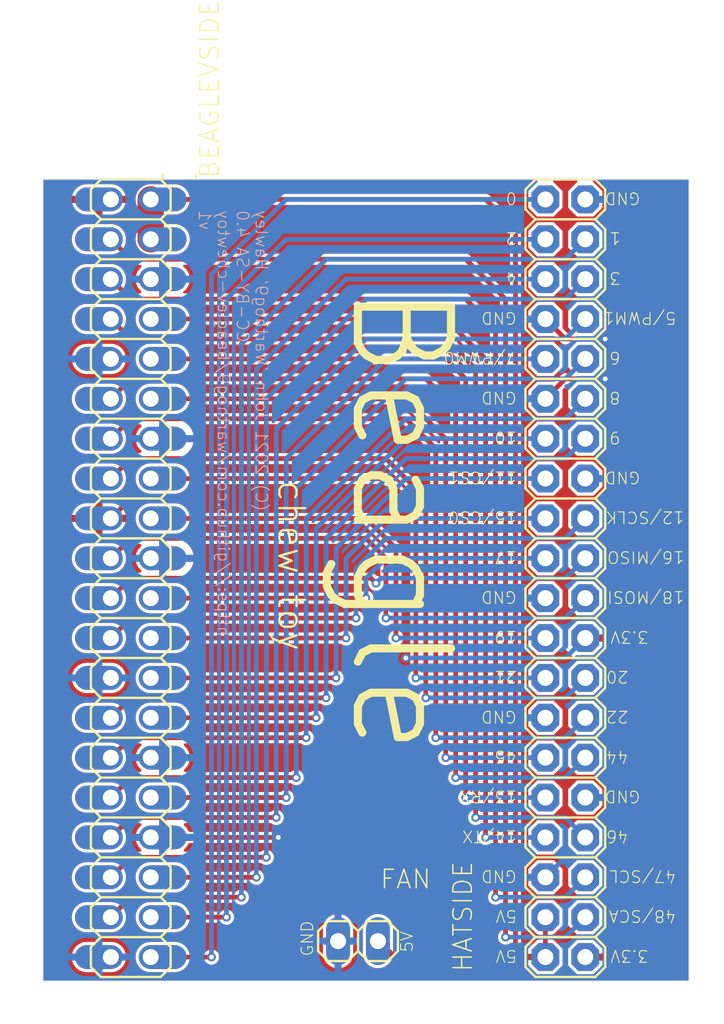
<source format=kicad_pcb>
(kicad_pcb (version 20210424) (generator pcbnew)
  (layers (0 "F.Cu" signal) (31 "B.Cu" signal) (34 "B.Paste" user) (35 "F.Paste" user) (36 "B.SilkS" user "B.Silkscreen") (37 "F.SilkS" user "F.Silkscreen") (38 "B.Mask" user) (39 "F.Mask" user) (44 "Edge.Cuts" user))
  (net 0 "")
  (net 1 "3.3V")
  (net 2 "GPIO48/SDA")
  (net 3 "GPIO47/SCL")
  (net 4 "GPIO46")
  (net 5 "GPIO44")
  (net 6 "GPIO22")
  (net 7 "GPIO20")
  (net 8 "GPIO18/MOSI")
  (net 9 "GPIO16/MISO")
  (net 10 "GPIO12/SCLK")
  (net 11 "GPIO9")
  (net 12 "GPIO8")
  (net 13 "GPIO6")
  (net 14 "GPIO5/PWM")
  (net 15 "GPIO3")
  (net 16 "GPIO1")
  (net 17 "5V")
  (net 18 "GND")
  (net 19 "GPIO14/TX")
  (net 20 "GPIO13/RX")
  (net 21 "GPIO45")
  (net 22 "GPIO21")
  (net 23 "GPIO19")
  (net 24 "GPIO17")
  (net 25 "GPIO15/CS0")
  (net 26 "GPIO11/CS1")
  (net 27 "GPIO10")
  (net 28 "GPIO7/PWM")
  (net 29 "GPIO4")
  (net 30 "GPIO2")
  (net 31 "GPIO0")
  (footprint "BeagleV Chew Toy:1X02" (layer "F.Cu") (at 147.9931 127.9906 180)
    (fp_text reference "FAN" (at -1.3462 3.2512) (layer "F.SilkS") (effects (font (size 1.17856 1.17856) (thickness 0.09144)) (justify left bottom)))
    (fp_text value "")
    (pad "1" thru_hole oval (at -1.27 0 270) (size 3.048 1.524) (drill 1.016) (layers *.Cu *.Mask) (net 17 "5V"))
    (pad "2" thru_hole oval (at 1.27 0 270) (size 3.048 1.524) (drill 1.016) (layers *.Cu *.Mask) (net 18 "GND"))
  )
  (footprint "BeagleV Chew Toy:2X20" (layer "F.Cu") (at 133.5151 104.8766 -90)
    (fp_text reference "BEAGLEVSIDE" (at -25.4 -5.715 90) (layer "F.SilkS") (effects (font (size 1.17856 1.17856) (thickness 0.09144)) (justify left bottom)))
    (fp_text value "")
    (pad "1" thru_hole oval (at -24.13 1.27 180) (size 3.048 1.524) (drill 1.016 (offset 0.762 0)) (layers *.Cu *.Mask) (net 1 "3.3V"))
    (pad "2" thru_hole oval (at -24.13 -1.27) (size 3.048 1.524) (drill 1.016 (offset 0.762 0)) (layers *.Cu *.Mask) (net 17 "5V"))
    (pad "3" thru_hole oval (at -21.59 1.27 180) (size 3.048 1.524) (drill 1.016 (offset 0.762 0)) (layers *.Cu *.Mask) (net 2 "GPIO48/SDA"))
    (pad "4" thru_hole oval (at -21.59 -1.27) (size 3.048 1.524) (drill 1.016 (offset 0.762 0)) (layers *.Cu *.Mask) (net 17 "5V"))
    (pad "5" thru_hole oval (at -19.05 1.27 180) (size 3.048 1.524) (drill 1.016 (offset 0.762 0)) (layers *.Cu *.Mask) (net 3 "GPIO47/SCL"))
    (pad "6" thru_hole oval (at -19.05 -1.27) (size 3.048 1.524) (drill 1.016 (offset 0.762 0)) (layers *.Cu *.Mask) (net 18 "GND"))
    (pad "7" thru_hole oval (at -16.51 1.27 180) (size 3.048 1.524) (drill 1.016 (offset 0.762 0)) (layers *.Cu *.Mask) (net 4 "GPIO46"))
    (pad "8" thru_hole oval (at -16.51 -1.27) (size 3.048 1.524) (drill 1.016 (offset 0.762 0)) (layers *.Cu *.Mask) (net 19 "GPIO14/TX"))
    (pad "9" thru_hole oval (at -13.97 1.27 180) (size 3.048 1.524) (drill 1.016 (offset 0.762 0)) (layers *.Cu *.Mask) (net 18 "GND"))
    (pad "10" thru_hole oval (at -13.97 -1.27) (size 3.048 1.524) (drill 1.016 (offset 0.762 0)) (layers *.Cu *.Mask) (net 20 "GPIO13/RX"))
    (pad "11" thru_hole oval (at -11.43 1.27 180) (size 3.048 1.524) (drill 1.016 (offset 0.762 0)) (layers *.Cu *.Mask) (net 5 "GPIO44"))
    (pad "12" thru_hole oval (at -11.43 -1.27) (size 3.048 1.524) (drill 1.016 (offset 0.762 0)) (layers *.Cu *.Mask) (net 21 "GPIO45"))
    (pad "13" thru_hole oval (at -8.89 1.27 180) (size 3.048 1.524) (drill 1.016 (offset 0.762 0)) (layers *.Cu *.Mask) (net 6 "GPIO22"))
    (pad "14" thru_hole oval (at -8.89 -1.27) (size 3.048 1.524) (drill 1.016 (offset 0.762 0)) (layers *.Cu *.Mask) (net 18 "GND"))
    (pad "15" thru_hole oval (at -6.35 1.27 180) (size 3.048 1.524) (drill 1.016 (offset 0.762 0)) (layers *.Cu *.Mask) (net 7 "GPIO20"))
    (pad "16" thru_hole oval (at -6.35 -1.27) (size 3.048 1.524) (drill 1.016 (offset 0.762 0)) (layers *.Cu *.Mask) (net 22 "GPIO21"))
    (pad "17" thru_hole oval (at -3.81 1.27 180) (size 3.048 1.524) (drill 1.016 (offset 0.762 0)) (layers *.Cu *.Mask) (net 1 "3.3V"))
    (pad "18" thru_hole oval (at -3.81 -1.27) (size 3.048 1.524) (drill 1.016 (offset 0.762 0)) (layers *.Cu *.Mask) (net 23 "GPIO19"))
    (pad "19" thru_hole oval (at -1.27 1.27 180) (size 3.048 1.524) (drill 1.016 (offset 0.762 0)) (layers *.Cu *.Mask) (net 8 "GPIO18/MOSI"))
    (pad "20" thru_hole oval (at -1.27 -1.27) (size 3.048 1.524) (drill 1.016 (offset 0.762 0)) (layers *.Cu *.Mask) (net 18 "GND"))
    (pad "21" thru_hole oval (at 1.27 1.27 180) (size 3.048 1.524) (drill 1.016 (offset 0.762 0)) (layers *.Cu *.Mask) (net 9 "GPIO16/MISO"))
    (pad "22" thru_hole oval (at 1.27 -1.27) (size 3.048 1.524) (drill 1.016 (offset 0.762 0)) (layers *.Cu *.Mask) (net 24 "GPIO17"))
    (pad "23" thru_hole oval (at 3.81 1.27 180) (size 3.048 1.524) (drill 1.016 (offset 0.762 0)) (layers *.Cu *.Mask) (net 10 "GPIO12/SCLK"))
    (pad "24" thru_hole oval (at 3.81 -1.27) (size 3.048 1.524) (drill 1.016 (offset 0.762 0)) (layers *.Cu *.Mask) (net 25 "GPIO15/CS0"))
    (pad "25" thru_hole oval (at 6.35 1.27 180) (size 3.048 1.524) (drill 1.016 (offset 0.762 0)) (layers *.Cu *.Mask) (net 18 "GND"))
    (pad "26" thru_hole oval (at 6.35 -1.27) (size 3.048 1.524) (drill 1.016 (offset 0.762 0)) (layers *.Cu *.Mask) (net 26 "GPIO11/CS1"))
    (pad "27" thru_hole oval (at 8.89 1.27 180) (size 3.048 1.524) (drill 1.016 (offset 0.762 0)) (layers *.Cu *.Mask) (net 11 "GPIO9"))
    (pad "28" thru_hole oval (at 8.89 -1.27) (size 3.048 1.524) (drill 1.016 (offset 0.762 0)) (layers *.Cu *.Mask) (net 27 "GPIO10"))
    (pad "29" thru_hole oval (at 11.43 1.27 180) (size 3.048 1.524) (drill 1.016 (offset 0.762 0)) (layers *.Cu *.Mask) (net 12 "GPIO8"))
    (pad "30" thru_hole oval (at 11.43 -1.27) (size 3.048 1.524) (drill 1.016 (offset 0.762 0)) (layers *.Cu *.Mask) (net 18 "GND"))
    (pad "31" thru_hole oval (at 13.97 1.27 180) (size 3.048 1.524) (drill 1.016 (offset 0.762 0)) (layers *.Cu *.Mask) (net 13 "GPIO6"))
    (pad "32" thru_hole oval (at 13.97 -1.27) (size 3.048 1.524) (drill 1.016 (offset 0.762 0)) (layers *.Cu *.Mask) (net 28 "GPIO7/PWM"))
    (pad "33" thru_hole oval (at 16.51 1.27 180) (size 3.048 1.524) (drill 1.016 (offset 0.762 0)) (layers *.Cu *.Mask) (net 14 "GPIO5/PWM"))
    (pad "34" thru_hole oval (at 16.51 -1.27) (size 3.048 1.524) (drill 1.016 (offset 0.762 0)) (layers *.Cu *.Mask) (net 18 "GND"))
    (pad "35" thru_hole oval (at 19.05 1.27 180) (size 3.048 1.524) (drill 1.016 (offset 0.762 0)) (layers *.Cu *.Mask) (net 15 "GPIO3"))
    (pad "36" thru_hole oval (at 19.05 -1.27) (size 3.048 1.524) (drill 1.016 (offset 0.762 0)) (layers *.Cu *.Mask) (net 29 "GPIO4"))
    (pad "37" thru_hole oval (at 21.59 1.27 180) (size 3.048 1.524) (drill 1.016 (offset 0.762 0)) (layers *.Cu *.Mask) (net 16 "GPIO1"))
    (pad "38" thru_hole oval (at 21.59 -1.27) (size 3.048 1.524) (drill 1.016 (offset 0.762 0)) (layers *.Cu *.Mask) (net 30 "GPIO2"))
    (pad "39" thru_hole oval (at 24.13 1.27 180) (size 3.048 1.524) (drill 1.016 (offset 0.762 0)) (layers *.Cu *.Mask) (net 18 "GND"))
    (pad "40" thru_hole oval (at 24.13 -1.27) (size 3.048 1.524) (drill 1.016 (offset 0.762 0)) (layers *.Cu *.Mask) (net 31 "GPIO0"))
  )
  (footprint "BeagleV Chew Toy:2X20-BIG" (layer "F.Cu") (at 161.2011 104.8766 90)
    (fp_text reference "HATSIDE" (at -25.146 -5.842 90) (layer "F.SilkS") (effects (font (size 1.17856 1.17856) (thickness 0.09144)) (justify left bottom)))
    (fp_text value "")
    (pad "1" thru_hole roundrect (at -24.13 1.27 90) (size 1.778 1.778) (drill 1.016) (layers *.Cu *.Mask) (chamfer_ratio 0.25) (chamfer top_left top_right bottom_left bottom_right) (net 1 "3.3V"))
    (pad "2" thru_hole roundrect (at -24.13 -1.27 90) (size 1.778 1.778) (drill 1.016) (layers *.Cu *.Mask) (chamfer_ratio 0.25) (chamfer top_left top_right bottom_left bottom_right) (net 17 "5V"))
    (pad "3" thru_hole roundrect (at -21.59 1.27 90) (size 1.778 1.778) (drill 1.016) (layers *.Cu *.Mask) (chamfer_ratio 0.25) (chamfer top_left top_right bottom_left bottom_right) (net 2 "GPIO48/SDA"))
    (pad "4" thru_hole roundrect (at -21.59 -1.27 90) (size 1.778 1.778) (drill 1.016) (layers *.Cu *.Mask) (chamfer_ratio 0.25) (chamfer top_left top_right bottom_left bottom_right) (net 17 "5V"))
    (pad "5" thru_hole roundrect (at -19.05 1.27 90) (size 1.778 1.778) (drill 1.016) (layers *.Cu *.Mask) (chamfer_ratio 0.25) (chamfer top_left top_right bottom_left bottom_right) (net 3 "GPIO47/SCL"))
    (pad "6" thru_hole roundrect (at -19.05 -1.27 90) (size 1.778 1.778) (drill 1.016) (layers *.Cu *.Mask) (chamfer_ratio 0.25) (chamfer top_left top_right bottom_left bottom_right) (net 18 "GND"))
    (pad "7" thru_hole roundrect (at -16.51 1.27 90) (size 1.778 1.778) (drill 1.016) (layers *.Cu *.Mask) (chamfer_ratio 0.25) (chamfer top_left top_right bottom_left bottom_right) (net 4 "GPIO46"))
    (pad "8" thru_hole roundrect (at -16.51 -1.27 90) (size 1.778 1.778) (drill 1.016) (layers *.Cu *.Mask) (chamfer_ratio 0.25) (chamfer top_left top_right bottom_left bottom_right) (net 19 "GPIO14/TX"))
    (pad "9" thru_hole roundrect (at -13.97 1.27 90) (size 1.778 1.778) (drill 1.016) (layers *.Cu *.Mask) (chamfer_ratio 0.25) (chamfer top_left top_right bottom_left bottom_right) (net 18 "GND"))
    (pad "10" thru_hole roundrect (at -13.97 -1.27 90) (size 1.778 1.778) (drill 1.016) (layers *.Cu *.Mask) (chamfer_ratio 0.25) (chamfer top_left top_right bottom_left bottom_right) (net 20 "GPIO13/RX"))
    (pad "11" thru_hole roundrect (at -11.43 1.27 90) (size 1.778 1.778) (drill 1.016) (layers *.Cu *.Mask) (chamfer_ratio 0.25) (chamfer top_left top_right bottom_left bottom_right) (net 5 "GPIO44"))
    (pad "12" thru_hole roundrect (at -11.43 -1.27 90) (size 1.778 1.778) (drill 1.016) (layers *.Cu *.Mask) (chamfer_ratio 0.25) (chamfer top_left top_right bottom_left bottom_right) (net 21 "GPIO45"))
    (pad "13" thru_hole roundrect (at -8.89 1.27 90) (size 1.778 1.778) (drill 1.016) (layers *.Cu *.Mask) (chamfer_ratio 0.25) (chamfer top_left top_right bottom_left bottom_right) (net 6 "GPIO22"))
    (pad "14" thru_hole roundrect (at -8.89 -1.27 90) (size 1.778 1.778) (drill 1.016) (layers *.Cu *.Mask) (chamfer_ratio 0.25) (chamfer top_left top_right bottom_left bottom_right) (net 18 "GND"))
    (pad "15" thru_hole roundrect (at -6.35 1.27 90) (size 1.778 1.778) (drill 1.016) (layers *.Cu *.Mask) (chamfer_ratio 0.25) (chamfer top_left top_right bottom_left bottom_right) (net 7 "GPIO20"))
    (pad "16" thru_hole roundrect (at -6.35 -1.27 90) (size 1.778 1.778) (drill 1.016) (layers *.Cu *.Mask) (chamfer_ratio 0.25) (chamfer top_left top_right bottom_left bottom_right) (net 22 "GPIO21"))
    (pad "17" thru_hole roundrect (at -3.81 1.27 90) (size 1.778 1.778) (drill 1.016) (layers *.Cu *.Mask) (chamfer_ratio 0.25) (chamfer top_left top_right bottom_left bottom_right) (net 1 "3.3V"))
    (pad "18" thru_hole roundrect (at -3.81 -1.27 90) (size 1.778 1.778) (drill 1.016) (layers *.Cu *.Mask) (chamfer_ratio 0.25) (chamfer top_left top_right bottom_left bottom_right) (net 23 "GPIO19"))
    (pad "19" thru_hole roundrect (at -1.27 1.27 90) (size 1.778 1.778) (drill 1.016) (layers *.Cu *.Mask) (chamfer_ratio 0.25) (chamfer top_left top_right bottom_left bottom_right) (net 8 "GPIO18/MOSI"))
    (pad "20" thru_hole roundrect (at -1.27 -1.27 90) (size 1.778 1.778) (drill 1.016) (layers *.Cu *.Mask) (chamfer_ratio 0.25) (chamfer top_left top_right bottom_left bottom_right) (net 18 "GND"))
    (pad "21" thru_hole roundrect (at 1.27 1.27 90) (size 1.778 1.778) (drill 1.016) (layers *.Cu *.Mask) (chamfer_ratio 0.25) (chamfer top_left top_right bottom_left bottom_right) (net 9 "GPIO16/MISO"))
    (pad "22" thru_hole roundrect (at 1.27 -1.27 90) (size 1.778 1.778) (drill 1.016) (layers *.Cu *.Mask) (chamfer_ratio 0.25) (chamfer top_left top_right bottom_left bottom_right) (net 24 "GPIO17"))
    (pad "23" thru_hole roundrect (at 3.81 1.27 90) (size 1.778 1.778) (drill 1.016) (layers *.Cu *.Mask) (chamfer_ratio 0.25) (chamfer top_left top_right bottom_left bottom_right) (net 10 "GPIO12/SCLK"))
    (pad "24" thru_hole roundrect (at 3.81 -1.27 90) (size 1.778 1.778) (drill 1.016) (layers *.Cu *.Mask) (chamfer_ratio 0.25) (chamfer top_left top_right bottom_left bottom_right) (net 25 "GPIO15/CS0"))
    (pad "25" thru_hole roundrect (at 6.35 1.27 90) (size 1.778 1.778) (drill 1.016) (layers *.Cu *.Mask) (chamfer_ratio 0.25) (chamfer top_left top_right bottom_left bottom_right) (net 18 "GND"))
    (pad "26" thru_hole roundrect (at 6.35 -1.27 90) (size 1.778 1.778) (drill 1.016) (layers *.Cu *.Mask) (chamfer_ratio 0.25) (chamfer top_left top_right bottom_left bottom_right) (net 26 "GPIO11/CS1"))
    (pad "27" thru_hole roundrect (at 8.89 1.27 90) (size 1.778 1.778) (drill 1.016) (layers *.Cu *.Mask) (chamfer_ratio 0.25) (chamfer top_left top_right bottom_left bottom_right) (net 11 "GPIO9"))
    (pad "28" thru_hole roundrect (at 8.89 -1.27 90) (size 1.778 1.778) (drill 1.016) (layers *.Cu *.Mask) (chamfer_ratio 0.25) (chamfer top_left top_right bottom_left bottom_right) (net 27 "GPIO10"))
    (pad "29" thru_hole roundrect (at 11.43 1.27 90) (size 1.778 1.778) (drill 1.016) (layers *.Cu *.Mask) (chamfer_ratio 0.25) (chamfer top_left top_right bottom_left bottom_right) (net 12 "GPIO8"))
    (pad "30" thru_hole roundrect (at 11.43 -1.27 90) (size 1.778 1.778) (drill 1.016) (layers *.Cu *.Mask) (chamfer_ratio 0.25) (chamfer top_left top_right bottom_left bottom_right) (net 18 "GND"))
    (pad "31" thru_hole roundrect (at 13.97 1.27 90) (size 1.778 1.778) (drill 1.016) (layers *.Cu *.Mask) (chamfer_ratio 0.25) (chamfer top_left top_right bottom_left bottom_right) (net 13 "GPIO6"))
    (pad "32" thru_hole roundrect (at 13.97 -1.27 90) (size 1.778 1.778) (drill 1.016) (layers *.Cu *.Mask) (chamfer_ratio 0.25) (chamfer top_left top_right bottom_left bottom_right) (net 28 "GPIO7/PWM"))
    (pad "33" thru_hole roundrect (at 16.51 1.27 90) (size 1.778 1.778) (drill 1.016) (layers *.Cu *.Mask) (chamfer_ratio 0.25) (chamfer top_left top_right bottom_left bottom_right) (net 14 "GPIO5/PWM"))
    (pad "34" thru_hole roundrect (at 16.51 -1.27 90) (size 1.778 1.778) (drill 1.016) (layers *.Cu *.Mask) (chamfer_ratio 0.25) (chamfer top_left top_right bottom_left bottom_right) (net 18 "GND"))
    (pad "35" thru_hole roundrect (at 19.05 1.27 90) (size 1.778 1.778) (drill 1.016) (layers *.Cu *.Mask) (chamfer_ratio 0.25) (chamfer top_left top_right bottom_left bottom_right) (net 15 "GPIO3"))
    (pad "36" thru_hole roundrect (at 19.05 -1.27 90) (size 1.778 1.778) (drill 1.016) (layers *.Cu *.Mask) (chamfer_ratio 0.25) (chamfer top_left top_right bottom_left bottom_right) (net 29 "GPIO4"))
    (pad "37" thru_hole roundrect (at 21.59 1.27 90) (size 1.778 1.778) (drill 1.016) (layers *.Cu *.Mask) (chamfer_ratio 0.25) (chamfer top_left top_right bottom_left bottom_right) (net 16 "GPIO1"))
    (pad "38" thru_hole roundrect (at 21.59 -1.27 90) (size 1.778 1.778) (drill 1.016) (layers *.Cu *.Mask) (chamfer_ratio 0.25) (chamfer top_left top_right bottom_left bottom_right) (net 30 "GPIO2"))
    (pad "39" thru_hole roundrect (at 24.13 1.27 90) (size 1.778 1.778) (drill 1.016) (layers *.Cu *.Mask) (chamfer_ratio 0.25) (chamfer top_left top_right bottom_left bottom_right) (net 18 "GND"))
    (pad "40" thru_hole roundrect (at 24.13 -1.27 90) (size 1.778 1.778) (drill 1.016) (layers *.Cu *.Mask) (chamfer_ratio 0.25) (chamfer top_left top_right bottom_left bottom_right) (net 31 "GPIO0"))
  )
  (gr_line (start 169.0751 79.4766) (end 127.9271 79.4766) (layer "Edge.Cuts") (width 0.05))
  (gr_line (start 127.9271 79.4766) (end 127.9271 130.5306) (layer "Edge.Cuts") (width 0.05))
  (gr_line (start 127.9271 130.5306) (end 169.0751 130.5306) (layer "Edge.Cuts") (width 0.05))
  (gr_line (start 169.0751 130.5306) (end 169.0751 79.4766) (layer "Edge.Cuts") (width 0.05))
  (gr_text "(C) 2021 John 'Warthog9' Hawley\nCC-BY-SA 4.0\nhttps://github.com/warthog9/beaglev-chewtoy\nv1" (at 142.2781 81.3816 -90) (layer "B.SilkS") (effects (font (size 0.747776 0.747776) (thickness 0.065024)) (justify right top mirror)))
  (gr_text "15/CS0" (at 158.1531 100.5586 180) (layer "F.SilkS") (effects (font (size 0.747776 0.747776) (thickness 0.065024)) (justify left bottom)))
  (gr_text "5V" (at 158.1531 125.9586 180) (layer "F.SilkS") (effects (font (size 0.747776 0.747776) (thickness 0.065024)) (justify left bottom)))
  (gr_text "47/SCL" (at 168.3131 123.4186 180) (layer "F.SilkS") (effects (font (size 0.747776 0.747776) (thickness 0.065024)) (justify left bottom)))
  (gr_text "GND" (at 166.0271 80.2386 180) (layer "F.SilkS") (effects (font (size 0.747776 0.747776) (thickness 0.065024)) (justify left bottom)))
  (gr_text "1" (at 164.7571 82.7786 180) (layer "F.SilkS") (effects (font (size 0.747776 0.747776) (thickness 0.065024)) (justify left bottom)))
  (gr_text "chew toy" (at 144.6911 98.5266 270) (layer "F.SilkS") (effects (font (size 1.63576 1.63576) (thickness 0.14224)) (justify left top)))
  (gr_text "5V" (at 151.5491 128.7526 90) (layer "F.SilkS") (effects (font (size 0.747776 0.747776) (thickness 0.065024)) (justify left bottom)))
  (gr_text "GND" (at 158.1531 113.2586 180) (layer "F.SilkS") (effects (font (size 0.747776 0.747776) (thickness 0.065024)) (justify left bottom)))
  (gr_text "16/MISO" (at 168.8211 103.0986 180) (layer "F.SilkS") (effects (font (size 0.747776 0.747776) (thickness 0.065024)) (justify left bottom)))
  (gr_text "11/CS1" (at 158.1531 98.0186 180) (layer "F.SilkS") (effects (font (size 0.747776 0.747776) (thickness 0.065024)) (justify left bottom)))
  (gr_text "13/RX" (at 158.1531 118.3386 180) (layer "F.SilkS") (effects (font (size 0.747776 0.747776) (thickness 0.065024)) (justify left bottom)))
  (gr_text "20" (at 165.2651 110.7186 180) (layer "F.SilkS") (effects (font (size 0.747776 0.747776) (thickness 0.065024)) (justify left bottom)))
  (gr_text "4" (at 158.1531 85.3186 180) (layer "F.SilkS") (effects (font (size 0.747776 0.747776) (thickness 0.065024)) (justify left bottom)))
  (gr_text "22" (at 165.2651 113.2586 180) (layer "F.SilkS") (effects (font (size 0.747776 0.747776) (thickness 0.065024)) (justify left bottom)))
  (gr_text "GND" (at 158.1531 123.4186 180) (layer "F.SilkS") (effects (font (size 0.747776 0.747776) (thickness 0.065024)) (justify left bottom)))
  (gr_text "10" (at 158.1531 95.4786 180) (layer "F.SilkS") (effects (font (size 0.747776 0.747776) (thickness 0.065024)) (justify left bottom)))
  (gr_text "7/PWM0" (at 158.1531 90.3986 180) (layer "F.SilkS") (effects (font (size 0.747776 0.747776) (thickness 0.065024)) (justify left bottom)))
  (gr_text "9" (at 164.7571 95.4786 180) (layer "F.SilkS") (effects (font (size 0.747776 0.747776) (thickness 0.065024)) (justify left bottom)))
  (gr_text "17" (at 158.1531 103.0986 180) (layer "F.SilkS") (effects (font (size 0.747776 0.747776) (thickness 0.065024)) (justify left bottom)))
  (gr_text "GND" (at 158.1531 92.9386 180) (layer "F.SilkS") (effects (font (size 0.747776 0.747776) (thickness 0.065024)) (justify left bottom)))
  (gr_text "21" (at 158.1531 110.7186 180) (layer "F.SilkS") (effects (font (size 0.747776 0.747776) (thickness 0.065024)) (justify left bottom)))
  (gr_text "Beagle" (at 147.2311 85.8266 270) (layer "F.SilkS") (effects (font (size 5.935472 5.935472) (thickness 0.516128)) (justify left bottom)))
  (gr_text "GND" (at 158.1531 87.8586 180) (layer "F.SilkS") (effects (font (size 0.747776 0.747776) (thickness 0.065024)) (justify left bottom)))
  (gr_text "6" (at 164.7571 90.3986 180) (layer "F.SilkS") (effects (font (size 0.747776 0.747776) (thickness 0.065024)) (justify left bottom)))
  (gr_text "5V" (at 158.1531 128.4986 180) (layer "F.SilkS") (effects (font (size 0.747776 0.747776) (thickness 0.065024)) (justify left bottom)))
  (gr_text "2" (at 158.1531 82.7786 180) (layer "F.SilkS") (effects (font (size 0.747776 0.747776) (thickness 0.065024)) (justify left bottom)))
  (gr_text "GND" (at 158.1531 105.6386 180) (layer "F.SilkS") (effects (font (size 0.747776 0.747776) (thickness 0.065024)) (justify left bottom)))
  (gr_text "3" (at 164.7571 85.3186 180) (layer "F.SilkS") (effects (font (size 0.747776 0.747776) (thickness 0.065024)) (justify left bottom)))
  (gr_text "0" (at 158.1531 80.2386 180) (layer "F.SilkS") (effects (font (size 0.747776 0.747776) (thickness 0.065024)) (justify left bottom)))
  (gr_text "12/SCLK" (at 168.8211 100.5586 180) (layer "F.SilkS") (effects (font (size 0.747776 0.747776) (thickness 0.065024)) (justify left bottom)))
  (gr_text "45" (at 158.1531 115.7986 180) (layer "F.SilkS") (effects (font (size 0.747776 0.747776) (thickness 0.065024)) (justify left bottom)))
  (gr_text "GND" (at 166.0271 98.0186 180) (layer "F.SilkS") (effects (font (size 0.747776 0.747776) (thickness 0.065024)) (justify left bottom)))
  (gr_text "5/PWM1" (at 168.3131 87.8586 180) (layer "F.SilkS") (effects (font (size 0.747776 0.747776) (thickness 0.065024)) (justify left bottom)))
  (gr_text "GND" (at 145.1991 129.0066 90) (layer "F.SilkS") (effects (font (size 0.747776 0.747776) (thickness 0.065024)) (justify left bottom)))
  (gr_text "GND" (at 166.0271 118.3386 180) (layer "F.SilkS") (effects (font (size 0.747776 0.747776) (thickness 0.065024)) (justify left bottom)))
  (gr_text "18/MOSI" (at 168.8211 105.6386 180) (layer "F.SilkS") (effects (font (size 0.747776 0.747776) (thickness 0.065024)) (justify left bottom)))
  (gr_text "46" (at 165.2651 120.8786 180) (layer "F.SilkS") (effects (font (size 0.747776 0.747776) (thickness 0.065024)) (justify left bottom)))
  (gr_text "19" (at 158.1531 108.1786 180) (layer "F.SilkS") (effects (font (size 0.747776 0.747776) (thickness 0.065024)) (justify left bottom)))
  (gr_text "44" (at 165.2651 115.7986 180) (layer "F.SilkS") (effects (font (size 0.747776 0.747776) (thickness 0.065024)) (justify left bottom)))
  (gr_text "48/SCA" (at 168.3131 125.9586 180) (layer "F.SilkS") (effects (font (size 0.747776 0.747776) (thickness 0.065024)) (justify left bottom)))
  (gr_text "3.3V" (at 166.5351 108.1786 180) (layer "F.SilkS") (effects (font (size 0.747776 0.747776) (thickness 0.065024)) (justify left bottom)))
  (gr_text "3.3V" (at 166.5351 128.4986 180) (layer "F.SilkS") (effects (font (size 0.747776 0.747776) (thickness 0.065024)) (justify left bottom)))
  (gr_text "14/TX" (at 158.1531 120.8786 180) (layer "F.SilkS") (effects (font (size 0.747776 0.747776) (thickness 0.065024)) (justify left bottom)))
  (gr_text "8" (at 164.7571 92.9386 180) (layer "F.SilkS") (effects (font (size 0.747776 0.747776) (thickness 0.065024)) (justify left bottom)))
  (segment (start 133.5151 99.7966) (end 132.2451 101.0666) (width 0.3048) (layer "F.Cu") (net 1))
  (segment (start 151.0411 102.3366) (end 148.5011 99.7966) (width 0.3048) (layer "F.Cu") (net 1))
  (segment (start 151.0411 109.9566) (end 151.0411 102.3366) (width 0.3048) (layer "F.Cu") (net 1))
  (segment (start 148.5011 99.7966) (end 133.5151 99.7966) (width 0.3048) (layer "F.Cu") (net 1))
  (via (at 151.0411 109.9566) (size 0.5588) (drill 0.3048) (layers "F.Cu" "B.Cu") (net 1))
  (segment (start 162.4711 108.6866) (end 161.2011 109.9566) (width 0.3048) (layer "B.Cu") (net 1))
  (segment (start 161.2011 109.9566) (end 151.0411 109.9566) (width 0.3048) (layer "B.Cu") (net 1))
  (segment (start 157.3911 127.7366) (end 157.3911 87.0966) (width 0.3048) (layer "F.Cu") (net 2))
  (segment (start 133.5151 84.5566) (end 132.2451 83.2866) (width 0.3048) (layer "F.Cu") (net 2))
  (segment (start 157.3911 87.0966) (end 154.8511 84.5566) (width 0.3048) (layer "F.Cu") (net 2))
  (segment (start 154.8511 84.5566) (end 133.5151 84.5566) (width 0.3048) (layer "F.Cu") (net 2))
  (via (at 157.3911 127.7366) (size 0.5588) (drill 0.3048) (layers "F.Cu" "B.Cu") (net 2))
  (segment (start 161.2011 127.7366) (end 157.3911 127.7366) (width 0.3048) (layer "B.Cu") (net 2))
  (segment (start 162.4711 126.4666) (end 161.2011 127.7366) (width 0.3048) (layer "B.Cu") (net 2))
  (segment (start 156.7561 125.1966) (end 156.7561 89.0016) (width 0.3048) (layer "F.Cu") (net 3))
  (segment (start 133.5151 87.0966) (end 132.2451 85.8266) (width 0.3048) (layer "F.Cu") (net 3))
  (segment (start 154.8511 87.0966) (end 133.5151 87.0966) (width 0.3048) (layer "F.Cu") (net 3))
  (segment (start 156.7561 89.0016) (end 154.8511 87.0966) (width 0.3048) (layer "F.Cu") (net 3))
  (via (at 156.7561 125.1966) (size 0.5588) (drill 0.3048) (layers "F.Cu" "B.Cu") (net 3))
  (segment (start 161.2011 125.1966) (end 156.7561 125.1966) (width 0.3048) (layer "B.Cu") (net 3))
  (segment (start 162.4711 123.9266) (end 161.2011 125.1966) (width 0.3048) (layer "B.Cu") (net 3))
  (segment (start 155.4861 120.1166) (end 155.4861 91.5416) (width 0.3048) (layer "F.Cu") (net 4))
  (segment (start 155.4861 91.5416) (end 153.5811 89.6366) (width 0.3048) (layer "F.Cu") (net 4))
  (segment (start 153.5811 89.6366) (end 133.5151 89.6366) (width 0.3048) (layer "F.Cu") (net 4))
  (segment (start 133.5151 89.6366) (end 132.2451 88.3666) (width 0.3048) (layer "F.Cu") (net 4))
  (via (at 155.4861 120.1166) (size 0.5588) (drill 0.3048) (layers "F.Cu" "B.Cu") (net 4))
  (segment (start 161.2011 120.1166) (end 155.4861 120.1166) (width 0.3048) (layer "B.Cu") (net 4))
  (segment (start 162.4711 121.3866) (end 161.2011 120.1166) (width 0.3048) (layer "B.Cu") (net 4))
  (segment (start 133.5151 92.1766) (end 132.2451 93.4466) (width 0.3048) (layer "F.Cu") (net 5))
  (segment (start 154.2161 117.5766) (end 154.2161 94.0816) (width 0.3048) (layer "F.Cu") (net 5))
  (segment (start 152.3111 92.1766) (end 133.5151 92.1766) (width 0.3048) (layer "F.Cu") (net 5))
  (segment (start 154.2161 94.0816) (end 152.3111 92.1766) (width 0.3048) (layer "F.Cu") (net 5))
  (via (at 154.2161 117.5766) (size 0.5588) (drill 0.3048) (layers "F.Cu" "B.Cu") (net 5))
  (segment (start 161.2011 117.5766) (end 154.2161 117.5766) (width 0.3048) (layer "B.Cu") (net 5))
  (segment (start 162.4711 116.3066) (end 161.2011 117.5766) (width 0.3048) (layer "B.Cu") (net 5))
  (segment (start 152.9461 115.0366) (end 152.9461 96.6216) (width 0.3048) (layer "F.Cu") (net 6))
  (segment (start 133.5151 94.7166) (end 132.2451 95.9866) (width 0.3048) (layer "F.Cu") (net 6))
  (segment (start 151.0411 94.7166) (end 133.5151 94.7166) (width 0.3048) (layer "F.Cu") (net 6))
  (segment (start 152.9461 96.6216) (end 151.0411 94.7166) (width 0.3048) (layer "F.Cu") (net 6))
  (via (at 152.9461 115.0366) (size 0.5588) (drill 0.3048) (layers "F.Cu" "B.Cu") (net 6))
  (segment (start 162.4711 113.7666) (end 161.2011 115.0366) (width 0.3048) (layer "B.Cu") (net 6))
  (segment (start 161.2011 115.0366) (end 152.9461 115.0366) (width 0.3048) (layer "B.Cu") (net 6))
  (segment (start 149.7711 97.2566) (end 133.5151 97.2566) (width 0.3048) (layer "F.Cu") (net 7))
  (segment (start 133.5151 97.2566) (end 132.2451 98.5266) (width 0.3048) (layer "F.Cu") (net 7))
  (segment (start 152.3111 112.4966) (end 152.3111 99.7966) (width 0.3048) (layer "F.Cu") (net 7))
  (segment (start 152.3111 99.7966) (end 149.7711 97.2566) (width 0.3048) (layer "F.Cu") (net 7))
  (via (at 152.3111 112.4966) (size 0.5588) (drill 0.3048) (layers "F.Cu" "B.Cu") (net 7))
  (segment (start 162.4711 111.2266) (end 161.2011 112.4966) (width 0.3048) (layer "B.Cu") (net 7))
  (segment (start 161.2011 112.4966) (end 152.3111 112.4966) (width 0.3048) (layer "B.Cu") (net 7))
  (segment (start 149.7711 103.6066) (end 148.5011 102.3366) (width 0.3048) (layer "F.Cu") (net 8))
  (segment (start 133.5151 102.3366) (end 132.2451 103.6066) (width 0.3048) (layer "F.Cu") (net 8))
  (segment (start 149.7711 107.4166) (end 149.7711 103.6066) (width 0.3048) (layer "F.Cu") (net 8))
  (segment (start 148.5011 102.3366) (end 133.5151 102.3366) (width 0.3048) (layer "F.Cu") (net 8))
  (via (at 149.7711 107.4166) (size 0.5588) (drill 0.3048) (layers "F.Cu" "B.Cu") (net 8))
  (segment (start 162.4711 106.1466) (end 161.2011 107.4166) (width 0.3048) (layer "B.Cu") (net 8))
  (segment (start 161.2011 107.4166) (end 149.7711 107.4166) (width 0.3048) (layer "B.Cu") (net 8))
  (segment (start 133.5151 104.8766) (end 132.2451 106.1466) (width 0.3048) (layer "F.Cu") (net 9))
  (segment (start 148.8186 104.8766) (end 149.1361 105.1941) (width 0.3048) (layer "F.Cu") (net 9))
  (segment (start 148.8186 104.8766) (end 133.5151 104.8766) (width 0.3048) (layer "F.Cu") (net 9))
  (via (at 149.1361 105.1941) (size 0.5588) (drill 0.3048) (layers "F.Cu" "B.Cu") (net 9))
  (segment (start 161.2011 104.8766) (end 149.4536 104.8766) (width 0.3048) (layer "B.Cu") (net 9))
  (segment (start 149.4536 104.8766) (end 149.1361 105.1941) (width 0.3048) (layer "B.Cu") (net 9))
  (segment (start 162.4711 103.6066) (end 161.2011 104.8766) (width 0.3048) (layer "B.Cu") (net 9))
  (segment (start 147.8661 107.4166) (end 133.5151 107.4166) (width 0.3048) (layer "F.Cu") (net 10))
  (segment (start 133.5151 107.4166) (end 132.2451 108.6866) (width 0.3048) (layer "F.Cu") (net 10))
  (via (at 147.8661 107.4166) (size 0.5588) (drill 0.3048) (layers "F.Cu" "B.Cu") (net 10))
  (segment (start 162.4711 101.0666) (end 161.2011 102.3366) (width 0.3048) (layer "B.Cu") (net 10))
  (segment (start 161.2011 102.3366) (end 149.7711 102.3366) (width 0.3048) (layer "B.Cu") (net 10))
  (segment (start 149.7711 102.3366) (end 147.8661 104.2416) (width 0.3048) (layer "B.Cu") (net 10))
  (segment (start 147.8661 107.4166) (end 147.8661 104.2416) (width 0.3048) (layer "B.Cu") (net 10))
  (segment (start 133.5151 112.4966) (end 132.2451 113.7666) (width 0.3048) (layer "F.Cu") (net 11))
  (segment (start 145.9611 112.4966) (end 133.5151 112.4966) (width 0.3048) (layer "F.Cu") (net 11))
  (via (at 145.9611 112.4966) (size 0.5588) (drill 0.3048) (layers "F.Cu" "B.Cu") (net 11))
  (segment (start 145.9611 112.4966) (end 145.9611 102.3366) (width 0.3048) (layer "B.Cu") (net 11))
  (segment (start 161.2011 97.2566) (end 151.0411 97.2566) (width 0.3048) (layer "B.Cu") (net 11))
  (segment (start 145.9611 102.3366) (end 151.0411 97.2566) (width 0.3048) (layer "B.Cu") (net 11))
  (segment (start 162.4711 95.9866) (end 161.2011 97.2566) (width 0.3048) (layer "B.Cu") (net 11))
  (segment (start 133.5151 115.0366) (end 144.6911 115.0366) (width 0.3048) (layer "F.Cu") (net 12))
  (segment (start 132.2451 116.3066) (end 133.5151 115.0366) (width 0.3048) (layer "F.Cu") (net 12))
  (via (at 144.6911 115.0366) (size 0.5588) (drill 0.3048) (layers "F.Cu" "B.Cu") (net 12))
  (segment (start 144.6911 101.0666) (end 151.0411 94.7166) (width 0.3048) (layer "B.Cu") (net 12))
  (segment (start 161.2011 94.7166) (end 151.0411 94.7166) (width 0.3048) (layer "B.Cu") (net 12))
  (segment (start 144.6911 115.0366) (end 144.6911 101.0666) (width 0.3048) (layer "B.Cu") (net 12))
  (segment (start 162.4711 93.4466) (end 161.2011 94.7166) (width 0.3048) (layer "B.Cu") (net 12))
  (segment (start 132.2451 118.8466) (end 133.5151 117.5766) (width 0.3048) (layer "F.Cu") (net 13))
  (segment (start 133.5151 117.5766) (end 144.0561 117.5766) (width 0.3048) (layer "F.Cu") (net 13))
  (via (at 144.0561 117.5766) (size 0.5588) (drill 0.3048) (layers "F.Cu" "B.Cu") (net 13))
  (segment (start 144.0561 99.1616) (end 151.0411 92.1766) (width 0.3048) (layer "B.Cu") (net 13))
  (segment (start 162.4711 90.9066) (end 161.2011 92.1766) (width 0.3048) (layer "B.Cu") (net 13))
  (segment (start 144.0561 117.5766) (end 144.0561 99.1616) (width 0.3048) (layer "B.Cu") (net 13))
  (segment (start 161.2011 92.1766) (end 151.0411 92.1766) (width 0.3048) (layer "B.Cu") (net 13))
  (segment (start 142.7861 120.1166) (end 133.5151 120.1166) (width 0.3048) (layer "F.Cu") (net 14))
  (segment (start 133.5151 120.1166) (end 132.2451 121.3866) (width 0.3048) (layer "F.Cu") (net 14))
  (via (at 142.7861 120.1166) (size 0.5588) (drill 0.3048) (layers "F.Cu" "B.Cu") (net 14))
  (segment (start 142.7861 95.3516) (end 148.5011 89.6366) (width 0.3048) (layer "B.Cu") (net 14))
  (segment (start 148.5011 89.6366) (end 161.2011 89.6366) (width 0.3048) (layer "B.Cu") (net 14))
  (segment (start 162.4711 88.3666) (end 161.2011 89.6366) (width 0.3048) (layer "B.Cu") (net 14))
  (segment (start 142.7861 120.1166) (end 142.7861 95.3516) (width 0.3048) (layer "B.Cu") (net 14))
  (segment (start 133.5151 122.6566) (end 132.2451 123.9266) (width 0.3048) (layer "F.Cu") (net 15))
  (segment (start 142.1511 122.6566) (end 133.5151 122.6566) (width 0.3048) (layer "F.Cu") (net 15))
  (via (at 142.1511 122.6566) (size 0.5588) (drill 0.3048) (layers "F.Cu" "B.Cu") (net 15))
  (segment (start 148.5011 87.0966) (end 161.2011 87.0966) (width 0.3048) (layer "B.Cu") (net 15))
  (segment (start 162.4711 85.8266) (end 161.2011 87.0966) (width 0.3048) (layer "B.Cu") (net 15))
  (segment (start 142.1511 93.4466) (end 148.5011 87.0966) (width 0.3048) (layer "B.Cu") (net 15))
  (segment (start 142.1511 122.6566) (end 142.1511 93.4466) (width 0.3048) (layer "B.Cu") (net 15))
  (segment (start 133.5151 125.1966) (end 132.2451 126.4666) (width 0.3048) (layer "F.Cu") (net 16))
  (segment (start 140.5636 125.1966) (end 133.5151 125.1966) (width 0.3048) (layer "F.Cu") (net 16))
  (via (at 140.5636 125.1966) (size 0.5588) (drill 0.3048) (layers "F.Cu" "B.Cu") (net 16))
  (segment (start 140.5636 89.9541) (end 145.9611 84.5566) (width 0.3048) (layer "B.Cu") (net 16))
  (segment (start 145.9611 84.5566) (end 161.2011 84.5566) (width 0.3048) (layer "B.Cu") (net 16))
  (segment (start 162.4711 83.2866) (end 161.2011 84.5566) (width 0.3048) (layer "B.Cu") (net 16))
  (segment (start 140.5636 125.1966) (end 140.5636 89.9541) (width 0.3048) (layer "B.Cu") (net 16))
  (segment (start 149.2631 127.9906) (end 150.2791 129.0066) (width 0.4064) (layer "F.Cu") (net 17))
  (segment (start 150.2791 129.0066) (end 159.9311 129.0066) (width 0.4064) (layer "F.Cu") (net 17))
  (segment (start 158.0261 82.6516) (end 158.0261 128.3716) (width 0.3048) (layer "F.Cu") (net 17))
  (segment (start 159.9311 129.0066) (end 158.6611 129.0066) (width 0.3048) (layer "F.Cu") (net 17))
  (segment (start 158.0261 82.6516) (end 156.1211 80.7466) (width 0.3048) (layer "F.Cu") (net 17))
  (segment (start 156.1211 80.7466) (end 134.7851 80.7466) (width 0.3048) (layer "F.Cu") (net 17))
  (segment (start 159.9311 129.0066) (end 159.9311 126.4666) (width 0.3048) (layer "F.Cu") (net 17))
  (segment (start 158.0261 128.3716) (end 158.6611 129.0066) (width 0.3048) (layer "F.Cu") (net 17))
  (segment (start 134.7851 80.7466) (end 134.7851 83.2866) (width 1.6764) (layer "F.Cu") (net 17))
  (segment (start 161.2011 89.6366) (end 163.7411 89.6366) (width 0.3048) (layer "F.Cu") (net 18))
  (segment (start 159.9311 88.3666) (end 161.2011 89.6366) (width 0.3048) (layer "F.Cu") (net 18))
  (segment (start 134.7851 121.3866) (end 142.9131 121.3866) (width 0.3048) (layer "F.Cu") (net 18))
  (segment (start 159.9311 93.4466) (end 161.2011 92.1766) (width 0.3048) (layer "F.Cu") (net 18))
  (segment (start 161.2011 92.1766) (end 163.7411 92.1766) (width 0.3048) (layer "F.Cu") (net 18))
  (via (at 142.9131 121.3866) (size 0.5588) (drill 0.3048) (layers "F.Cu" "B.Cu") (net 18))
  (via (at 163.7411 92.1766) (size 0.5588) (drill 0.3048) (layers "F.Cu" "B.Cu") (net 18))
  (via (at 163.7411 89.6366) (size 0.5588) (drill 0.3048) (layers "F.Cu" "B.Cu") (net 18))
  (segment (start 159.9311 123.9266) (end 161.2011 122.6566) (width 0.3048) (layer "B.Cu") (net 18))
  (segment (start 161.2011 122.6566) (end 163.4871 122.6566) (width 0.3048) (layer "B.Cu") (net 18))
  (segment (start 156.1211 90.9066) (end 153.5811 88.3666) (width 0.3048) (layer "F.Cu") (net 19))
  (segment (start 153.5811 88.3666) (end 134.7851 88.3666) (width 0.3048) (layer "F.Cu") (net 19))
  (segment (start 156.1211 121.3866) (end 156.1211 90.9066) (width 0.3048) (layer "F.Cu") (net 19))
  (via (at 156.1211 121.3866) (size 0.5588) (drill 0.3048) (layers "F.Cu" "B.Cu") (net 19))
  (segment (start 159.9311 121.3866) (end 156.1211 121.3866) (width 0.3048) (layer "B.Cu") (net 19))
  (segment (start 153.5811 90.9066) (end 134.7851 90.9066) (width 0.3048) (layer "F.Cu") (net 20))
  (segment (start 154.8511 118.8466) (end 154.8511 92.1766) (width 0.3048) (layer "F.Cu") (net 20))
  (segment (start 154.8511 92.1766) (end 153.5811 90.9066) (width 0.3048) (layer "F.Cu") (net 20))
  (via (at 154.8511 118.8466) (size 0.5588) (drill 0.3048) (layers "F.Cu" "B.Cu") (net 20))
  (segment (start 159.9311 118.8466) (end 154.8511 118.8466) (width 0.3048) (layer "B.Cu") (net 20))
  (segment (start 153.5811 116.3066) (end 153.5811 95.9866) (width 0.3048) (layer "F.Cu") (net 21))
  (segment (start 153.5811 95.9866) (end 151.0411 93.4466) (width 0.3048) (layer "F.Cu") (net 21))
  (segment (start 151.0411 93.4466) (end 134.7851 93.4466) (width 0.3048) (layer "F.Cu") (net 21))
  (via (at 153.5811 116.3066) (size 0.5588) (drill 0.3048) (layers "F.Cu" "B.Cu") (net 21))
  (segment (start 159.9311 116.3066) (end 153.5811 116.3066) (width 0.3048) (layer "B.Cu") (net 21))
  (segment (start 149.7711 98.5266) (end 134.7851 98.5266) (width 0.3048) (layer "F.Cu") (net 22))
  (segment (start 151.6761 111.2266) (end 151.6761 100.4316) (width 0.3048) (layer "F.Cu") (net 22))
  (segment (start 151.6761 100.4316) (end 149.7711 98.5266) (width 0.3048) (layer "F.Cu") (net 22))
  (via (at 151.6761 111.2266) (size 0.5588) (drill 0.3048) (layers "F.Cu" "B.Cu") (net 22))
  (segment (start 159.9311 111.2266) (end 151.6761 111.2266) (width 0.3048) (layer "B.Cu") (net 22))
  (segment (start 150.4061 102.9716) (end 148.5011 101.0666) (width 0.3048) (layer "F.Cu") (net 23))
  (segment (start 148.5011 101.0666) (end 134.7851 101.0666) (width 0.3048) (layer "F.Cu") (net 23))
  (segment (start 150.4061 108.6866) (end 150.4061 102.9716) (width 0.3048) (layer "F.Cu") (net 23))
  (via (at 150.4061 108.6866) (size 0.5588) (drill 0.3048) (layers "F.Cu" "B.Cu") (net 23))
  (segment (start 159.9311 108.6866) (end 150.4061 108.6866) (width 0.3048) (layer "B.Cu") (net 23))
  (segment (start 148.5011 106.1466) (end 134.7851 106.1466) (width 0.3048) (layer "F.Cu") (net 24))
  (via (at 148.5011 106.1466) (size 0.5588) (drill 0.3048) (layers "F.Cu" "B.Cu") (net 24))
  (segment (start 148.5011 104.8766) (end 148.5011 106.1466) (width 0.3048) (layer "B.Cu") (net 24))
  (segment (start 159.9311 103.6066) (end 149.7711 103.6066) (width 0.3048) (layer "B.Cu") (net 24))
  (segment (start 149.7711 103.6066) (end 148.5011 104.8766) (width 0.3048) (layer "B.Cu") (net 24))
  (segment (start 147.2311 108.6866) (end 134.7851 108.6866) (width 0.3048) (layer "F.Cu") (net 25))
  (via (at 147.2311 108.6866) (size 0.5588) (drill 0.3048) (layers "F.Cu" "B.Cu") (net 25))
  (segment (start 147.2311 103.6066) (end 149.7711 101.0666) (width 0.3048) (layer "B.Cu") (net 25))
  (segment (start 147.2311 108.6866) (end 147.2311 103.6066) (width 0.3048) (layer "B.Cu") (net 25))
  (segment (start 159.9311 101.0666) (end 149.7711 101.0666) (width 0.3048) (layer "B.Cu") (net 25))
  (segment (start 146.5961 111.2266) (end 134.7851 111.2266) (width 0.3048) (layer "F.Cu") (net 26))
  (via (at 146.5961 111.2266) (size 0.5588) (drill 0.3048) (layers "F.Cu" "B.Cu") (net 26))
  (segment (start 146.5961 102.9716) (end 151.0411 98.5266) (width 0.3048) (layer "B.Cu") (net 26))
  (segment (start 146.5961 111.2266) (end 146.5961 102.9716) (width 0.3048) (layer "B.Cu") (net 26))
  (segment (start 159.9311 98.5266) (end 151.0411 98.5266) (width 0.3048) (layer "B.Cu") (net 26))
  (segment (start 145.3261 113.7666) (end 134.7851 113.7666) (width 0.3048) (layer "F.Cu") (net 27))
  (via (at 145.3261 113.7666) (size 0.5588) (drill 0.3048) (layers "F.Cu" "B.Cu") (net 27))
  (segment (start 145.3261 101.7016) (end 151.0411 95.9866) (width 0.3048) (layer "B.Cu") (net 27))
  (segment (start 145.3261 113.7666) (end 145.3261 101.7016) (width 0.3048) (layer "B.Cu") (net 27))
  (segment (start 159.9311 95.9866) (end 151.0411 95.9866) (width 0.3048) (layer "B.Cu") (net 27))
  (segment (start 143.4211 118.8466) (end 134.7851 118.8466) (width 0.3048) (layer "F.Cu") (net 28))
  (via (at 143.4211 118.8466) (size 0.5588) (drill 0.3048) (layers "F.Cu" "B.Cu") (net 28))
  (segment (start 149.7711 90.9066) (end 159.9311 90.9066) (width 0.3048) (layer "B.Cu") (net 28))
  (segment (start 143.4211 97.2566) (end 149.7711 90.9066) (width 0.3048) (layer "B.Cu") (net 28))
  (segment (start 143.4211 118.8466) (end 143.4211 97.2566) (width 0.3048) (layer "B.Cu") (net 28))
  (segment (start 141.5161 123.9266) (end 134.7851 123.9266) (width 0.3048) (layer "F.Cu") (net 29))
  (via (at 141.5161 123.9266) (size 0.5588) (drill 0.3048) (layers "F.Cu" "B.Cu") (net 29))
  (segment (start 159.9311 85.8266) (end 159.2961 85.8266) (width 0.3048) (layer "B.Cu") (net 29))
  (segment (start 141.5161 123.9266) (end 141.5161 91.5416) (width 0.3048) (layer "B.Cu") (net 29))
  (segment (start 147.2311 85.8266) (end 159.9311 85.8266) (width 0.3048) (layer "B.Cu") (net 29))
  (segment (start 141.5161 91.5416) (end 147.2311 85.8266) (width 0.3048) (layer "B.Cu") (net 29))
  (segment (start 139.6111 126.4666) (end 134.7851 126.4666) (width 0.3048) (layer "F.Cu") (net 30))
  (via (at 139.6111 126.4666) (size 0.5588) (drill 0.3048) (layers "F.Cu" "B.Cu") (net 30))
  (segment (start 159.9311 83.2866) (end 159.2961 83.2866) (width 0.3048) (layer "B.Cu") (net 30))
  (segment (start 139.6111 87.0966) (end 143.4211 83.2866) (width 0.3048) (layer "B.Cu") (net 30))
  (segment (start 143.4211 83.2866) (end 159.9311 83.2866) (width 0.3048) (layer "B.Cu") (net 30))
  (segment (start 139.6111 126.4666) (end 139.6111 87.0966) (width 0.3048) (layer "B.Cu") (net 30))
  (segment (start 138.6586 129.0066) (end 134.7851 129.0066) (width 0.3048) (layer "F.Cu") (net 31))
  (via (at 138.6586 129.0066) (size 0.5588) (drill 0.3048) (layers "F.Cu" "B.Cu") (net 31))
  (segment (start 138.6586 85.5091) (end 138.6586 129.0066) (width 0.3048) (layer "B.Cu") (net 31))
  (segment (start 143.4211 80.7466) (end 138.6586 85.5091) (width 0.3048) (layer "B.Cu") (net 31))
  (segment (start 159.9311 80.7466) (end 143.4211 80.7466) (width 0.3048) (layer "B.Cu") (net 31))
  (zone (net 0) (net_name "") (layer "F.Cu") (priority 6) (connect_pads (clearance 0.000001)) (min_thickness 0.1524) (fill yes (thermal_gap 0.3548) (thermal_bridge_width 0.3548))
    (polygon (pts (xy 136.372226 87.4522) (xy 154.914226 87.4522) (xy 156.5275 89.065474) (xy 156.5275 91.020526) (xy 155.041974 89.535) (xy 136.245974 89.535) (xy 135.9027 89.191726) (xy 135.9027 86.982674)))
  )
  (zone (net 0) (net_name "") (layer "F.Cu") (priority 6) (connect_pads (clearance 0.000001)) (min_thickness 0.1524) (fill yes (thermal_gap 0.3548) (thermal_bridge_width 0.3548))
    (polygon (pts (xy 157.2895 87.287474) (xy 157.2895 89.242526) (xy 154.787974 86.741) (xy 136.372226 86.741) (xy 135.9027 87.210526) (xy 135.9027 85.509474) (xy 136.753974 84.6582) (xy 154.660226 84.6582)))
  )
  (zone (net 1) (net_name "3.3V") (layer "F.Cu") (priority 6) (connect_pads (clearance 0.000001)) (min_thickness 0.2032) (fill yes (thermal_gap 0.4564) (thermal_bridge_width 0.4564))
    (polygon (pts (xy 171.3103 133.2738) (xy 125.1839 133.2738) (xy 125.1839 76.9874) (xy 171.3103 76.9874)))
  )
  (zone (net 0) (net_name "") (layer "F.Cu") (priority 6) (connect_pads (clearance 0.000001)) (min_thickness 0.1524) (fill yes (thermal_gap 0.3548) (thermal_bridge_width 0.3548))
    (polygon (pts (xy 157.2895 105.283) (xy 137.9347 105.283) (xy 137.9347 89.7382) (xy 157.2895 89.7382)))
  )
  (zone (net 0) (net_name "") (layer "F.Cu") (priority 6) (connect_pads (clearance 0.000001)) (min_thickness 0.1524) (fill yes (thermal_gap 0.3548) (thermal_bridge_width 0.3548))
    (polygon (pts (xy 157.7975 82.969474) (xy 157.7975 86.741) (xy 157.327974 86.741) (xy 154.787974 84.201) (xy 135.737974 84.201) (xy 135.3947 83.857726) (xy 135.3947 80.8482) (xy 155.676226 80.8482)))
  )
  (zone (net 0) (net_name "") (layer "F.Cu") (priority 6) (connect_pads (clearance 0.000001)) (min_thickness 0.1524) (fill yes (thermal_gap 0.3548) (thermal_bridge_width 0.3548))
    (polygon (pts (xy 150.9395 106.553) (xy 137.9347 106.553) (xy 137.9347 103.7082) (xy 150.9395 103.7082)))
  )
  (zone (net 0) (net_name "") (layer "B.Cu") (priority 6) (connect_pads (clearance 0.000001)) (min_thickness 0.1524) (fill yes (thermal_gap 0.3548) (thermal_bridge_width 0.3548))
    (polygon (pts (xy 158.5595 126.873) (xy 138.658226 126.873) (xy 138.1887 127.342526) (xy 138.1887 81.953474) (xy 139.293974 80.8482) (xy 158.5595 80.8482)))
  )
  (zone (net 18) (net_name "GND") (layer "B.Cu") (priority 6) (connect_pads (clearance 0.000001)) (min_thickness 0.2032) (fill yes (thermal_gap 0.4564) (thermal_bridge_width 0.4564))
    (polygon (pts (xy 170.0403 132.0038) (xy 126.4539 132.0038) (xy 126.4539 78.2574) (xy 170.0403 78.2574)))
  )
)
</source>
